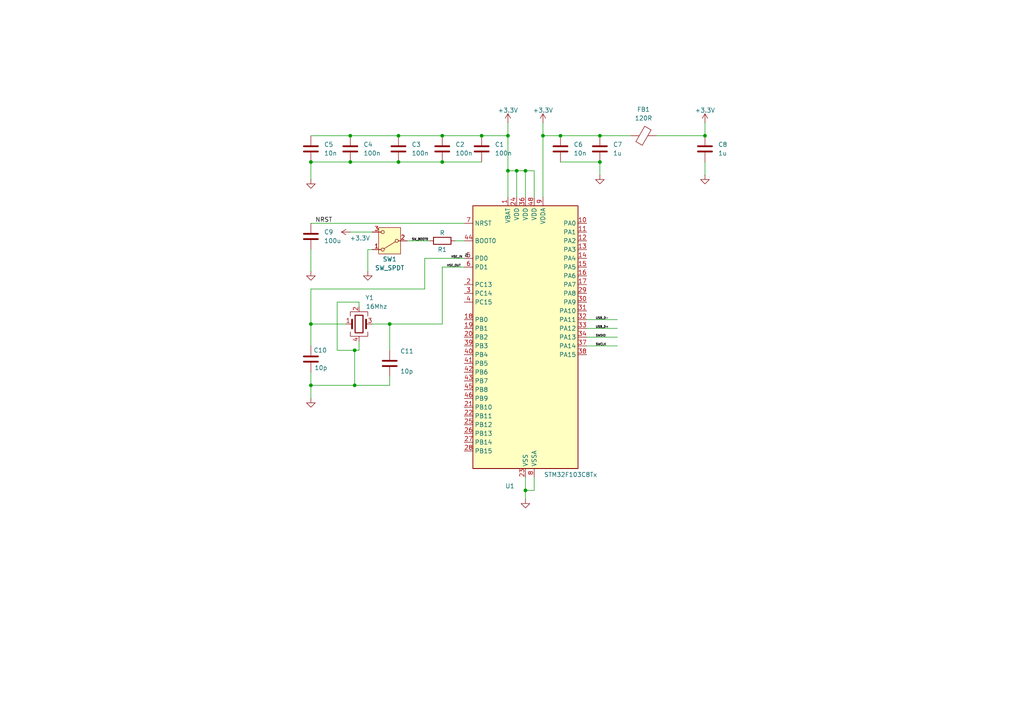
<source format=kicad_sch>
(kicad_sch (version 20250114) (generator "eeschema") (generator_version "9.0")
  (paper "A4")
  (title_block (title "A prototype for STM32 Bluepill") (date "2025-11-26") (company "Cagri Catik") (comment 1 "Comment 1") (comment 2 "Comment 2") (comment 3 "Comment 3"))
  (lib_symbols
    (symbol "Device:C" (pin_numbers (hide yes)) (pin_names (offset 0.254))
      (property "Reference" "C" (at 0.635 2.54 0))
      (property "Value" "C" (at 0.635 -2.54 0))
      (symbol "C_0_1"
        (polyline (pts (xy -2.032 0.762) (xy 2.032 0.762)) (stroke (width 0.508)))
        (polyline (pts (xy -2.032 -0.762) (xy 2.032 -0.762)) (stroke (width 0.508)))
      )
      (symbol "C_1_1"
        (pin passive line (at 0 3.81 270) (length 2.794) (name "~") (number "1"))
        (pin passive line (at 0 -3.81 90) (length 2.794) (name "~") (number "2"))
      )
    )
    (symbol "Device:Crystal_GND24" (pin_names (offset 1.016) (hide yes))
      (property "Reference" "Y" (at 3.175 5.08 0))
      (property "Value" "Crystal_GND24" (at 3.175 3.175 0))
      (symbol "Crystal_GND24_0_1"
        (polyline (pts (xy -2.54 2.286) (xy -2.54 3.556) (xy 2.54 3.556) (xy 2.54 2.286)))
        (polyline (pts (xy -2.54 0) (xy -2.032 0)))
        (polyline (pts (xy -2.54 -2.286) (xy -2.54 -3.556) (xy 2.54 -3.556) (xy 2.54 -2.286)))
        (polyline (pts (xy -2.032 -1.27) (xy -2.032 1.27)) (stroke (width 0.508)))
        (rectangle (start -1.143 2.54) (end 1.143 -2.54) (stroke (width 0.3048)))
        (polyline (pts (xy 0 3.556) (xy 0 3.81)))
        (polyline (pts (xy 0 -3.81) (xy 0 -3.556)))
        (polyline (pts (xy 2.032 0) (xy 2.54 0)))
        (polyline (pts (xy 2.032 -1.27) (xy 2.032 1.27)) (stroke (width 0.508)))
      )
      (symbol "Crystal_GND24_1_1"
        (pin passive line (at -3.81 0 0) (length 1.27) (name "1") (number "1"))
        (pin passive line (at 0 5.08 270) (length 1.27) (name "2") (number "2"))
        (pin passive line (at 0 -5.08 90) (length 1.27) (name "4") (number "4"))
        (pin passive line (at 3.81 0 180) (length 1.27) (name "3") (number "3"))
      )
    )
    (symbol "Device:FerriteBead" (pin_numbers (hide yes)) (pin_names (offset 0))
      (property "Reference" "FB" (at -3.81 0.635 90))
      (property "Value" "FerriteBead" (at 3.81 0 90))
      (symbol "FerriteBead_0_1"
        (polyline (pts (xy -2.7686 0.4064) (xy -1.7018 2.2606) (xy 2.7686 -0.3048) (xy 1.6764 -2.159) (xy -2.7686 0.4064)))
        (polyline (pts (xy 0 1.27) (xy 0 1.2954)))
        (polyline (pts (xy 0 -1.27) (xy 0 -1.2192)))
      )
      (symbol "FerriteBead_1_1"
        (pin passive line (at 0 3.81 270) (length 2.54) (name "~") (number "1"))
        (pin passive line (at 0 -3.81 90) (length 2.54) (name "~") (number "2"))
      )
    )
    (symbol "Device:R" (pin_numbers (hide yes)) (pin_names (offset 0))
      (property "Reference" "R" (at 2.032 0 90))
      (property "Value" "R" (at 0 0 90))
      (symbol "R_0_1"
        (rectangle (start -1.016 -2.54) (end 1.016 2.54) (stroke (width 0.254)))
      )
      (symbol "R_1_1"
        (pin passive line (at 0 3.81 270) (length 1.27) (name "~") (number "1"))
        (pin passive line (at 0 -3.81 90) (length 1.27) (name "~") (number "2"))
      )
    )
    (symbol "MCU_ST_STM32F1:STM32F103C8Tx"
      (property "Reference" "U" (at -15.24 39.37 0))
      (property "Value" "STM32F103C8Tx" (at 7.62 39.37 0))
      (symbol "STM32F103C8Tx_0_1"
        (rectangle (start -15.24 -38.1) (end 15.24 38.1) (stroke (width 0.254)) (fill (type background)))
      )
      (symbol "STM32F103C8Tx_1_1"
        (pin input line (at -17.78 33.02 0) (length 2.54) (name "NRST") (number "7"))
        (pin input line (at -17.78 27.94 0) (length 2.54) (name "BOOT0") (number "44"))
        (pin bidirectional line (at -17.78 22.86 0) (length 2.54) (name "PD0") (number "5"))
        (pin bidirectional line (at -17.78 20.32 0) (length 2.54) (name "PD1") (number "6"))
        (pin bidirectional line (at -17.78 15.24 0) (length 2.54) (name "PC13") (number "2"))
        (pin bidirectional line (at -17.78 12.7 0) (length 2.54) (name "PC14") (number "3"))
        (pin bidirectional line (at -17.78 10.16 0) (length 2.54) (name "PC15") (number "4"))
        (pin bidirectional line (at -17.78 5.08 0) (length 2.54) (name "PB0") (number "18"))
        (pin bidirectional line (at -17.78 2.54 0) (length 2.54) (name "PB1") (number "19"))
        (pin bidirectional line (at -17.78 0 0) (length 2.54) (name "PB2") (number "20"))
        (pin bidirectional line (at -17.78 -2.54 0) (length 2.54) (name "PB3") (number "39"))
        (pin bidirectional line (at -17.78 -5.08 0) (length 2.54) (name "PB4") (number "40"))
        (pin bidirectional line (at -17.78 -7.62 0) (length 2.54) (name "PB5") (number "41"))
        (pin bidirectional line (at -17.78 -10.16 0) (length 2.54) (name "PB6") (number "42"))
        (pin bidirectional line (at -17.78 -12.7 0) (length 2.54) (name "PB7") (number "43"))
        (pin bidirectional line (at -17.78 -15.24 0) (length 2.54) (name "PB8") (number "45"))
        (pin bidirectional line (at -17.78 -17.78 0) (length 2.54) (name "PB9") (number "46"))
        (pin bidirectional line (at -17.78 -20.32 0) (length 2.54) (name "PB10") (number "21"))
        (pin bidirectional line (at -17.78 -22.86 0) (length 2.54) (name "PB11") (number "22"))
        (pin bidirectional line (at -17.78 -25.4 0) (length 2.54) (name "PB12") (number "25"))
        (pin bidirectional line (at -17.78 -27.94 0) (length 2.54) (name "PB13") (number "26"))
        (pin bidirectional line (at -17.78 -30.48 0) (length 2.54) (name "PB14") (number "27"))
        (pin bidirectional line (at -17.78 -33.02 0) (length 2.54) (name "PB15") (number "28"))
        (pin power_in line (at -5.08 40.64 270) (length 2.54) (name "VBAT") (number "1"))
        (pin power_in line (at -2.54 40.64 270) (length 2.54) (name "VDD") (number "24"))
        (pin power_in line (at 0 40.64 270) (length 2.54) (name "VDD") (number "36"))
        (pin power_in line (at 0 -40.64 90) (length 2.54) (name "VSS") (number "23"))
        (pin passive line (at 0 -40.64 90) (length 2.54) (hide yes) (name "VSS") (number "35"))
        (pin passive line (at 0 -40.64 90) (length 2.54) (hide yes) (name "VSS") (number "47"))
        (pin power_in line (at 2.54 40.64 270) (length 2.54) (name "VDD") (number "48"))
        (pin power_in line (at 2.54 -40.64 90) (length 2.54) (name "VSSA") (number "8"))
        (pin power_in line (at 5.08 40.64 270) (length 2.54) (name "VDDA") (number "9"))
        (pin bidirectional line (at 17.78 33.02 180) (length 2.54) (name "PA0") (number "10"))
        (pin bidirectional line (at 17.78 30.48 180) (length 2.54) (name "PA1") (number "11"))
        (pin bidirectional line (at 17.78 27.94 180) (length 2.54) (name "PA2") (number "12"))
        (pin bidirectional line (at 17.78 25.4 180) (length 2.54) (name "PA3") (number "13"))
        (pin bidirectional line (at 17.78 22.86 180) (length 2.54) (name "PA4") (number "14"))
        (pin bidirectional line (at 17.78 20.32 180) (length 2.54) (name "PA5") (number "15"))
        (pin bidirectional line (at 17.78 17.78 180) (length 2.54) (name "PA6") (number "16"))
        (pin bidirectional line (at 17.78 15.24 180) (length 2.54) (name "PA7") (number "17"))
        (pin bidirectional line (at 17.78 12.7 180) (length 2.54) (name "PA8") (number "29"))
        (pin bidirectional line (at 17.78 10.16 180) (length 2.54) (name "PA9") (number "30"))
        (pin bidirectional line (at 17.78 7.62 180) (length 2.54) (name "PA10") (number "31"))
        (pin bidirectional line (at 17.78 5.08 180) (length 2.54) (name "PA11") (number "32"))
        (pin bidirectional line (at 17.78 2.54 180) (length 2.54) (name "PA12") (number "33"))
        (pin bidirectional line (at 17.78 0 180) (length 2.54) (name "PA13") (number "34"))
        (pin bidirectional line (at 17.78 -2.54 180) (length 2.54) (name "PA14") (number "37"))
        (pin bidirectional line (at 17.78 -5.08 180) (length 2.54) (name "PA15") (number "38"))
      )
    )
    (symbol "Switch:SW_SPDT" (pin_names (offset 0) (hide yes))
      (property "Reference" "SW" (at 0 5.08 0))
      (property "Value" "SW_SPDT" (at 0 -5.08 0))
      (symbol "SW_SPDT_0_1"
        (circle (center -2.032 0) (radius 0.4572))
        (polyline (pts (xy -1.651 0.254) (xy 1.651 2.286)))
        (circle (center 2.032 2.54) (radius 0.4572))
        (circle (center 2.032 -2.54) (radius 0.4572))
      )
      (symbol "SW_SPDT_1_1"
        (rectangle (start -3.175 3.81) (end 3.175 -3.81) (fill (type background)))
        (pin passive line (at -5.08 0 0) (length 2.54) (name "B") (number "2"))
        (pin passive line (at 5.08 2.54 180) (length 2.54) (name "A") (number "1"))
        (pin passive line (at 5.08 -2.54 180) (length 2.54) (name "C") (number "3"))
      )
    )
    (symbol "power:+3.3V" (power) (pin_numbers (hide yes)) (pin_names (offset 0) (hide yes))
      (property "Value" "+3.3V" (at 0 3.556 0))
      (symbol "+3.3V_0_1"
        (polyline (pts (xy -0.762 1.27) (xy 0 2.54)))
        (polyline (pts (xy 0 2.54) (xy 0.762 1.27)))
        (polyline (pts (xy 0 0) (xy 0 2.54)))
      )
      (symbol "+3.3V_1_1"
        (pin power_in line (at 0 0 90) (length 0) (name "~") (number "1"))
      )
    )
    (symbol "power:GND" (power) (pin_numbers (hide yes)) (pin_names (offset 0) (hide yes))
      (property "Value" "GND" (at 0 -3.81 0))
      (symbol "GND_0_1"
        (polyline (pts (xy 0 0) (xy 0 -1.27) (xy 1.27 -1.27) (xy 0 -2.54) (xy -1.27 -1.27) (xy 0 -1.27)))
      )
      (symbol "GND_1_1"
        (pin power_in line (at 0 0 270) (length 0) (name "~") (number "1"))
      )
    )
  )
  (junction (at 173.99 39.37))
  (junction (at 147.32 39.37))
  (junction (at 102.87 111.76))
  (junction (at 149.86 49.53))
  (junction (at 204.47 39.37))
  (junction (at 101.6 39.37))
  (junction (at 152.4 142.24))
  (junction (at 113.03 93.98))
  (junction (at 157.48 39.37))
  (junction (at 90.17 93.98))
  (junction (at 90.17 111.76))
  (junction (at 152.4 49.53))
  (junction (at 102.87 101.6))
  (junction (at 139.7 39.37))
  (junction (at 147.32 49.53))
  (junction (at 90.17 46.99))
  (junction (at 101.6 46.99))
  (junction (at 162.56 39.37))
  (junction (at 173.99 46.99))
  (junction (at 128.27 39.37))
  (junction (at 128.27 46.99))
  (junction (at 115.57 46.99))
  (junction (at 115.57 39.37))
  (wire (pts (xy 113.03 109.22) (xy 113.03 111.76)))
  (wire (pts (xy 154.94 49.53) (xy 152.4 49.53)))
  (wire (pts (xy 90.17 46.99) (xy 101.6 46.99)))
  (wire (pts (xy 147.32 35.56) (xy 147.32 39.37)))
  (wire (pts (xy 152.4 142.24) (xy 152.4 138.43)))
  (wire (pts (xy 118.11 69.85) (xy 124.46 69.85)))
  (wire (pts (xy 106.68 72.39) (xy 106.68 78.74)))
  (wire (pts (xy 107.95 72.39) (xy 106.68 72.39)))
  (wire (pts (xy 170.18 92.71) (xy 179.07 92.71)))
  (wire (pts (xy 113.03 93.98) (xy 128.27 93.98)))
  (wire (pts (xy 149.86 49.53) (xy 152.4 49.53)))
  (wire (pts (xy 90.17 39.37) (xy 101.6 39.37)))
  (wire (pts (xy 113.03 111.76) (xy 102.87 111.76)))
  (wire (pts (xy 132.08 69.85) (xy 134.62 69.85)))
  (wire (pts (xy 139.7 39.37) (xy 147.32 39.37)))
  (wire (pts (xy 190.5 39.37) (xy 204.47 39.37)))
  (wire (pts (xy 101.6 67.31) (xy 107.95 67.31)))
  (wire (pts (xy 147.32 39.37) (xy 147.32 49.53)))
  (wire (pts (xy 115.57 46.99) (xy 128.27 46.99)))
  (wire (pts (xy 173.99 39.37) (xy 182.88 39.37)))
  (wire (pts (xy 147.32 57.15) (xy 147.32 49.53)))
  (wire (pts (xy 90.17 111.76) (xy 102.87 111.76)))
  (wire (pts (xy 162.56 39.37) (xy 173.99 39.37)))
  (wire (pts (xy 154.94 142.24) (xy 152.4 142.24)))
  (wire (pts (xy 157.48 57.15) (xy 157.48 39.37)))
  (wire (pts (xy 170.18 100.33) (xy 179.07 100.33)))
  (wire (pts (xy 90.17 72.39) (xy 90.17 78.74)))
  (wire (pts (xy 123.19 74.93) (xy 134.62 74.93)))
  (wire (pts (xy 149.86 57.15) (xy 149.86 49.53)))
  (wire (pts (xy 115.57 39.37) (xy 128.27 39.37)))
  (wire (pts (xy 170.18 95.25) (xy 179.07 95.25)))
  (wire (pts (xy 101.6 39.37) (xy 115.57 39.37)))
  (wire (pts (xy 162.56 46.99) (xy 173.99 46.99)))
  (wire (pts (xy 97.79 101.6) (xy 102.87 101.6)))
  (wire (pts (xy 128.27 93.98) (xy 128.27 77.47)))
  (wire (pts (xy 90.17 100.33) (xy 90.17 93.98)))
  (wire (pts (xy 152.4 57.15) (xy 152.4 49.53)))
  (wire (pts (xy 90.17 83.82) (xy 90.17 93.98)))
  (wire (pts (xy 101.6 46.99) (xy 115.57 46.99)))
  (wire (pts (xy 104.14 101.6) (xy 104.14 99.06)))
  (wire (pts (xy 123.19 83.82) (xy 90.17 83.82)))
  (wire (pts (xy 204.47 46.99) (xy 204.47 50.8)))
  (wire (pts (xy 128.27 39.37) (xy 139.7 39.37)))
  (wire (pts (xy 104.14 87.63) (xy 97.79 87.63)))
  (wire (pts (xy 102.87 101.6) (xy 104.14 101.6)))
  (wire (pts (xy 154.94 138.43) (xy 154.94 142.24)))
  (wire (pts (xy 173.99 46.99) (xy 173.99 50.8)))
  (wire (pts (xy 102.87 111.76) (xy 102.87 101.6)))
  (wire (pts (xy 90.17 64.77) (xy 134.62 64.77)))
  (wire (pts (xy 128.27 46.99) (xy 139.7 46.99)))
  (wire (pts (xy 170.18 97.79) (xy 179.07 97.79)))
  (wire (pts (xy 154.94 57.15) (xy 154.94 49.53)))
  (wire (pts (xy 147.32 49.53) (xy 149.86 49.53)))
  (wire (pts (xy 113.03 93.98) (xy 113.03 101.6)))
  (wire (pts (xy 104.14 88.9) (xy 104.14 87.63)))
  (wire (pts (xy 157.48 35.56) (xy 157.48 39.37)))
  (wire (pts (xy 90.17 46.99) (xy 90.17 52.07)))
  (wire (pts (xy 90.17 93.98) (xy 100.33 93.98)))
  (wire (pts (xy 204.47 35.56) (xy 204.47 39.37)))
  (wire (pts (xy 152.4 144.78) (xy 152.4 142.24)))
  (wire (pts (xy 107.95 93.98) (xy 113.03 93.98)))
  (wire (pts (xy 123.19 74.93) (xy 123.19 83.82)))
  (wire (pts (xy 90.17 111.76) (xy 90.17 115.57)))
  (wire (pts (xy 157.48 39.37) (xy 162.56 39.37)))
  (wire (pts (xy 90.17 107.95) (xy 90.17 111.76)))
  (wire (pts (xy 128.27 77.47) (xy 134.62 77.47)))
  (wire (pts (xy 97.79 87.63) (xy 97.79 101.6)))
  (label "USB_D-" (at 172.72 92.71 0) (effects (font (size 0.6096 0.6096))))
  (label "HSE_IN" (at 130.81 74.93 0) (effects (font (size 0.6096 0.6096))))
  (label "NRST" (at 91.44 64.77 0))
  (label "SWCLK" (at 172.72 100.33 0) (effects (font (size 0.6096 0.6096))))
  (label "a" (at 134.62 74.93 0))
  (label "HSE_OUT" (at 129.54 77.47 0) (effects (font (size 0.6096 0.6096))))
  (label "SWDIO" (at 172.72 97.79 0) (effects (font (size 0.6096 0.6096))))
  (label "USB_D+" (at 172.72 95.25 0) (effects (font (size 0.6096 0.6096))))
  (label "SW_BOOT0" (at 119.38 69.85 0) (effects (font (size 0.6096 0.6096))))
  (symbol (lib_id "Device:C") (at 90.17 68.58 0) (unit 1)
    (property "Reference" "C9" (at 93.98 67.3099 0) (effects (justify left)))
    (property "Value" "100u" (at 93.98 69.8499 0) (effects (justify left)))
    (property "Description" "Unpolarized capacitor" (effects (hide yes)))
  )
  (symbol (lib_id "Device:C") (at 90.17 104.14 0) (unit 1)
    (property "Reference" "C10" (at 90.932 101.6 0) (effects (justify left)))
    (property "Value" "10p" (at 91.186 106.68 0) (effects (justify left)))
    (property "Description" "Unpolarized capacitor" (effects (hide yes)))
  )
  (symbol (lib_id "power:GND") (at 90.17 115.57 0) (unit 1)
    (property "Reference" "#PWR011" (effects (hide yes)))
    (property "Value" "GND" (effects (hide yes)))
    (property "Description" "Power symbol creates a global label with name \"GND\" , ground" (effects (hide yes)))
  )
  (symbol (lib_id "Device:C") (at 128.27 43.18 0) (unit 1)
    (property "Reference" "C2" (at 132.08 41.9099 0) (effects (justify left)))
    (property "Value" "100n" (at 132.08 44.4499 0) (effects (justify left)))
    (property "Description" "Unpolarized capacitor" (effects (hide yes)))
  )
  (symbol (lib_id "power:GND") (at 106.68 78.74 0) (unit 1)
    (property "Reference" "#PWR09" (effects (hide yes)))
    (property "Value" "GND" (effects (hide yes)))
    (property "Description" "Power symbol creates a global label with name \"GND\" , ground" (effects (hide yes)))
  )
  (symbol (lib_id "power:GND") (at 173.99 50.8 0) (unit 1)
    (property "Reference" "#PWR06" (effects (hide yes)))
    (property "Value" "GND" (effects (hide yes)))
    (property "Description" "Power symbol creates a global label with name \"GND\" , ground" (effects (hide yes)))
  )
  (symbol (lib_id "power:GND") (at 90.17 52.07 0) (unit 1)
    (property "Reference" "#PWR03" (effects (hide yes)))
    (property "Value" "GND" (effects (hide yes)))
    (property "Description" "Power symbol creates a global label with name \"GND\" , ground" (effects (hide yes)))
  )
  (symbol (lib_id "power:GND") (at 90.17 78.74 0) (unit 1)
    (property "Reference" "#PWR08" (effects (hide yes)))
    (property "Value" "GND" (effects (hide yes)))
    (property "Description" "Power symbol creates a global label with name \"GND\" , ground" (effects (hide yes)))
  )
  (symbol (lib_id "Device:C") (at 162.56 43.18 0) (unit 1)
    (property "Reference" "C6" (at 166.37 41.9099 0) (effects (justify left)))
    (property "Value" "10n" (at 166.37 44.4499 0) (effects (justify left)))
    (property "Description" "Unpolarized capacitor" (effects (hide yes)))
  )
  (symbol (lib_id "Device:C") (at 90.17 43.18 0) (unit 1)
    (property "Reference" "C5" (at 93.98 41.9099 0) (effects (justify left)))
    (property "Value" "10n" (at 93.98 44.4499 0) (effects (justify left)))
    (property "Description" "Unpolarized capacitor" (effects (hide yes)))
  )
  (symbol (lib_id "Device:Crystal_GND24") (at 104.14 93.98 0) (unit 1)
    (property "Reference" "Y1" (at 107.188 86.36 0))
    (property "Value" "16Mhz" (at 109.22 88.9 0))
    (property "Description" "Four pin crystal, GND on pins 2 and 4" (effects (hide yes)))
  )
  (symbol (lib_id "Device:C") (at 139.7 43.18 0) (unit 1)
    (property "Reference" "C1" (at 143.51 41.9099 0) (effects (justify left)))
    (property "Value" "100n" (at 143.51 44.4499 0) (effects (justify left)))
    (property "Description" "Unpolarized capacitor" (effects (hide yes)))
  )
  (symbol (lib_id "Device:C") (at 101.6 43.18 0) (unit 1)
    (property "Reference" "C4" (at 105.41 41.9099 0) (effects (justify left)))
    (property "Value" "100n" (at 105.41 44.4499 0) (effects (justify left)))
    (property "Description" "Unpolarized capacitor" (effects (hide yes)))
  )
  (symbol (lib_id "power:+3.3V") (at 204.47 35.56 0) (unit 1)
    (property "Reference" "#PWR05" (effects (hide yes)))
    (property "Value" "+3.3V" (at 204.47 32.004 0))
    (property "Description" "Power symbol creates a global label with name \"+3.3V\"" (effects (hide yes)))
  )
  (symbol (lib_id "Device:FerriteBead") (at 186.69 39.37 90) (unit 1)
    (property "Reference" "FB1" (at 186.6392 31.75 90))
    (property "Value" "120R" (at 186.6392 34.29 90))
    (property "Description" "Ferrite bead" (effects (hide yes)))
  )
  (symbol (lib_id "MCU_ST_STM32F1:STM32F103C8Tx") (at 152.4 97.79 0) (unit 1)
    (property "Reference" "U1" (at 149.2819 140.97 0) (effects (justify right)))
    (property "Value" "STM32F103C8Tx" (at 173.228 137.668 0) (effects (justify right)))
    (property "Footprint" "Package_QFP:LQFP-48_7x7mm_P0.5mm" (effects (hide yes)))
    (property "Datasheet" "https://www.st.com/resource/en/datasheet/stm32f103c8.pdf" (effects (hide yes)))
    (property "Description" "STMicroelectronics Arm Cortex-M3 MCU, 64KB flash, 20KB RAM, 72 MHz, 2.0-3.6V, 37 GPIO, LQFP48" (effects (hide yes)))
    (property "Sim.Library" ".\\" (effects (hide yes)))
  )
  (symbol (lib_id "power:GND") (at 204.47 50.8 0) (unit 1)
    (property "Reference" "#PWR07" (effects (hide yes)))
    (property "Value" "GND" (effects (hide yes)))
    (property "Description" "Power symbol creates a global label with name \"GND\" , ground" (effects (hide yes)))
  )
  (symbol (lib_id "Device:C") (at 115.57 43.18 0) (unit 1)
    (property "Reference" "C3" (at 119.38 41.9099 0) (effects (justify left)))
    (property "Value" "100n" (at 119.38 44.4499 0) (effects (justify left)))
    (property "Description" "Unpolarized capacitor" (effects (hide yes)))
  )
  (symbol (lib_id "Switch:SW_SPDT") (at 113.03 69.85 180) (unit 1)
    (property "Reference" "SW1" (at 113.03 75.184 0))
    (property "Value" "SW_SPDT" (at 113.03 77.724 0))
    (property "Description" "Switch, single pole double throw" (effects (hide yes)))
  )
  (symbol (lib_id "power:GND") (at 152.4 144.78 0) (unit 1)
    (property "Reference" "#PWR01" (effects (hide yes)))
    (property "Value" "GND" (effects (hide yes)))
    (property "Description" "Power symbol creates a global label with name \"GND\" , ground" (effects (hide yes)))
  )
  (symbol (lib_id "power:+3.3V") (at 157.48 35.56 0) (unit 1)
    (property "Reference" "#PWR04" (effects (hide yes)))
    (property "Value" "+3.3V" (at 157.48 32.004 0))
    (property "Description" "Power symbol creates a global label with name \"+3.3V\"" (effects (hide yes)))
  )
  (symbol (lib_id "Device:R") (at 128.27 69.85 90) (unit 1)
    (property "Reference" "R1" (at 128.27 72.39 90))
    (property "Value" "R" (at 128.27 67.564 90))
    (property "Description" "Resistor" (effects (hide yes)))
  )
  (symbol (lib_id "Device:C") (at 204.47 43.18 0) (unit 1)
    (property "Reference" "C8" (at 208.28 41.9099 0) (effects (justify left)))
    (property "Value" "1u" (at 208.28 44.4499 0) (effects (justify left)))
    (property "Description" "Unpolarized capacitor" (effects (hide yes)))
  )
  (symbol (lib_id "Device:C") (at 173.99 43.18 0) (unit 1)
    (property "Reference" "C7" (at 177.8 41.9099 0) (effects (justify left)))
    (property "Value" "1u" (at 177.8 44.4499 0) (effects (justify left)))
    (property "Description" "Unpolarized capacitor" (effects (hide yes)))
  )
  (symbol (lib_id "power:+3.3V") (at 147.32 35.56 0) (unit 1)
    (property "Reference" "#PWR02" (effects (hide yes)))
    (property "Value" "+3.3V" (at 147.32 32.004 0))
    (property "Description" "Power symbol creates a global label with name \"+3.3V\"" (effects (hide yes)))
  )
  (symbol (lib_id "power:+3.3V") (at 101.6 67.31 90) (unit 1)
    (property "Reference" "#PWR010" (effects (hide yes)))
    (property "Value" "+3.3V" (at 104.394 69.088 90))
    (property "Description" "Power symbol creates a global label with name \"+3.3V\"" (effects (hide yes)))
  )
  (symbol (lib_id "Device:C") (at 113.03 105.41 0) (unit 1)
    (property "Reference" "C11" (at 116.078 101.854 0) (effects (justify left)))
    (property "Value" "10p" (at 116.078 107.696 0) (effects (justify left)))
    (property "Description" "Unpolarized capacitor" (effects (hide yes)))
  )
)
</source>
